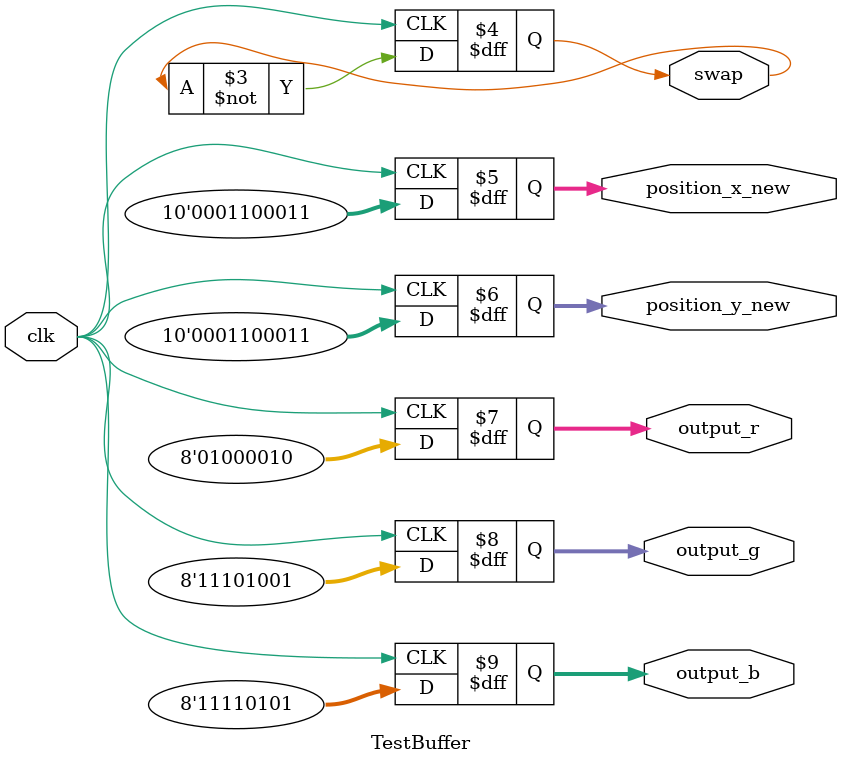
<source format=v>
module TestBuffer (
    input wire clk,
    output reg swap,
	 
	 output reg [9:0] position_x_new,
    output reg [9:0] position_y_new,
	 
    output reg [7:0] output_r,
    output reg [7:0] output_g,
	 output reg [7:0] output_b
);



reg [9:0] pos_x;
reg [9:0] pos_y;

// vinteger i;
//always @(posedge clk) begin
//	 for (i=0; i<200; i=i+1) frame_buffer[i][0] <= {8'b11111111, 8'b00000000, 8'b00000000}; // Red color;
//end

always @(posedge clk) begin
		  
	  for (pos_y = 0; pos_y < 100; pos_y = pos_y + 1) begin

			output_r <= 8'd66;
			output_g <= 8'd233;
			output_b <= 8'd245;
			
			
			position_x_new <= pos_y;
			position_y_new <= pos_y;
			
	  end
	
	 
	 swap <= ~swap;
	 
	 
end


endmodule
</source>
